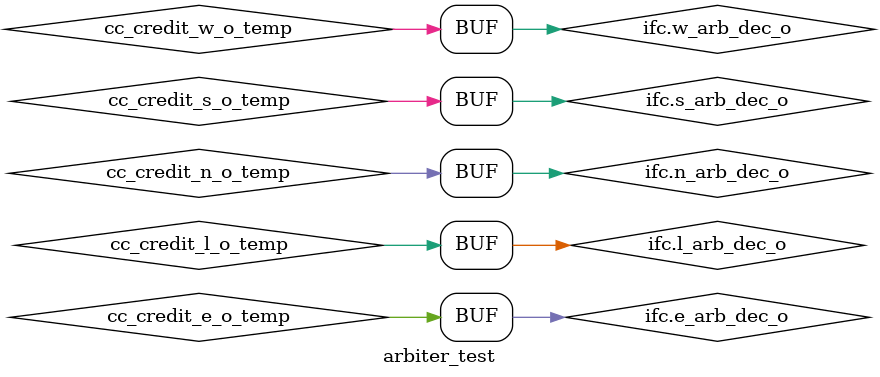
<source format=sv>

module arbiter_test (

arbiter_interface.dut ifc
/*	input clk, 
	input reset, 

	input cc_credit_n_i,
	input cc_credit_s_i, 
	input cc_credit_w_i, 
	input cc_credit_e_i, 
	input cc_credit_l_i, 

	input [15:0] yx_addr_router_i,

	input [15:0] yx_n_addr_header_i,
	input [15:0] yx_s_addr_header_i, 
	input [15:0] yx_w_addr_header_i,
	input [15:0] yx_e_addr_header_i, 
	input [15:0] yx_l_addr_header_i, 

	
	input ib_empty_n_i, 
	input ib_empty_s_i, 
	input ib_empty_w_i, 
	input ib_empty_e_i, 
	input ib_empty_l_i, 

	output cc_credit_n_o,
	output cc_credit_s_o, 
	output cc_credit_w_o, 
	output cc_credit_e_o, 
	output cc_credit_l_o, 

	output [2:0] demux_nhr_n_addr_o, 
	output [2:0] demux_nhr_s_addr_o, 
	output [2:0] demux_nhr_w_addr_o, 
	output [2:0] demux_nhr_e_addr_o, 
	output [2:0] demux_nhr_l_addr_o, 

	output [2:0] rrp_n_priority_to_cs_o,
	output rrp_n_priority_read_o,

	output [2:0] rrp_s_priority_to_cs_o,
	output rrp_s_priority_read_o,

	output [2:0] rrp_w_priority_to_cs_o,
	output rrp_w_priority_read_o,

	output [2:0] rrp_e_priority_to_cs_o,
	output rrp_e_priority_read_o,

	output [2:0] rrp_l_priority_to_cs_o,
	output rrp_l_priority_read_o*/

);

logic [2:0] yx_n_addr_o_temp; 
logic [2:0] yx_s_addr_o_temp; 
logic [2:0] yx_w_addr_o_temp; 
logic [2:0] yx_e_addr_o_temp; 
logic [2:0] yx_l_addr_o_temp; 

logic [2:0] nhr_n_addr_o_temp; 
logic [2:0] nhr_s_addr_o_temp; 
logic [2:0] nhr_w_addr_o_temp; 
logic [2:0] nhr_e_addr_o_temp; 
logic [2:0] nhr_l_addr_o_temp; 

logic nhr_n_write_i_temp;
logic nhr_s_write_i_temp;  
logic nhr_w_write_i_temp;  
logic nhr_e_write_i_temp;  
logic nhr_l_write_i_temp;  

logic rrp_n_priority_n_o_temp;
logic rrp_n_priority_s_o_temp;
logic rrp_n_priority_w_o_temp;
logic rrp_n_priority_e_o_temp;
logic rrp_n_priority_l_o_temp;
logic [2:0] rrp_n_priority_to_cs_o_temp;

logic rrp_s_priority_n_o_temp;
logic rrp_s_priority_s_o_temp;
logic rrp_s_priority_w_o_temp;
logic rrp_s_priority_e_o_temp;
logic rrp_s_priority_l_o_temp;
logic [2:0] rrp_s_priority_to_cs_o_temp;

logic rrp_w_priority_n_o_temp;
logic rrp_w_priority_s_o_temp;
logic rrp_w_priority_w_o_temp;
logic rrp_w_priority_e_o_temp;
logic rrp_w_priority_l_o_temp;
logic [2:0] rrp_w_priority_to_cs_o_temp;

logic rrp_e_priority_n_o_temp;
logic rrp_e_priority_s_o_temp;
logic rrp_e_priority_w_o_temp;
logic rrp_e_priority_e_o_temp;
logic rrp_e_priority_l_o_temp;
logic [2:0] rrp_e_priority_to_cs_o_temp;

logic rrp_l_priority_n_o_temp;
logic rrp_l_priority_s_o_temp;
logic rrp_l_priority_w_o_temp;
logic rrp_l_priority_e_o_temp;
logic rrp_l_priority_l_o_temp;
logic [2:0] rrp_l_priority_to_cs_o_temp;

logic rrp_n_priority_read_o_temp; 
logic rrp_s_priority_read_o_temp; 
logic rrp_w_priority_read_o_temp;  
logic rrp_e_priority_read_o_temp; 
logic rrp_l_priority_read_o_temp; 

logic rr_n_register_change_order_i; 
logic rr_s_register_change_order_i; 
logic rr_w_register_change_order_i; 
logic rr_e_register_change_order_i; 
logic rr_l_register_change_order_i;

logic cc_credit_n_o_temp; 
logic cc_credit_s_o_temp; 
logic cc_credit_w_o_temp; 
logic cc_credit_e_o_temp; 
logic cc_credit_l_o_temp; 

packet_tracker pt_n ( 

  .clk(ifc.clk), 
  .reset(ifc.reset),
  .pt_inc_i(rrp_n_priority_read_o_temp),   
  .pt_end_o(n_pt_almost_done_o)
	
);

packet_tracker pt_s ( 

  .clk(ifc.clk), 
  .reset(ifc.reset),
  .pt_inc_i(rrp_s_priority_read_o_temp),   
  .pt_end_o(s_pt_almost_done_o)
	
);

packet_tracker pt_w ( 

  .clk(ifc.clk), 
  .reset(ifc.reset),
  .pt_inc_i(rrp_w_priority_read_o_temp),   
  .pt_end_o(w_pt_almost_done_o)
	
);

packet_tracker pt_e ( 

  .clk(ifc.clk), 
  .reset(ifc.reset),
  .pt_inc_i(rrp_e_priority_read_o_temp),   
  .pt_end_o(e_pt_almost_done_o)
	
);

packet_tracker pt_l ( 

  .clk(ifc.clk), 
  .reset(ifc.reset),
  .pt_inc_i(rrp_l_priority_read_o_temp),   
  .pt_end_o(l_pt_almost_done_o)
	
);


yx_processor yx_proc_n (
	
  .yx_addr_header_i(ifc.n_arb_address_i[7:0]), 
  .yx_addr_router_i(ifc.yx_pos_i[7:0]),
  .yx_addr_o(yx_n_addr_o_temp)

);

yx_processor yx_proc_s (
	
  .yx_addr_header_i(ifc.s_arb_address_i[7:0]), 
  .yx_addr_router_i(ifc.yx_pos_i[7:0]),
  .yx_addr_o(yx_s_addr_o_temp)

);

yx_processor yx_proc_w (
	
  .yx_addr_header_i(ifc.w_arb_address_i[7:0]), 
  .yx_addr_router_i(ifc.yx_pos_i[7:0]),
  .yx_addr_o(yx_w_addr_o_temp)

);

yx_processor yx_proc_e (
	
  .yx_addr_header_i(ifc.e_arb_address_i[7:0]), 
  .yx_addr_router_i(ifc.yx_pos_i[7:0]),
  .yx_addr_o(yx_e_addr_o_temp)

);

yx_processor yx_proc_l (
	
  .yx_addr_header_i(ifc.l_arb_address_i[7:0]), 
  .yx_addr_router_i(ifc.yx_pos_i[7:0]),
  .yx_addr_o(yx_l_addr_o_temp)

);

always_comb begin 

nhr_n_write_i_temp = (ifc.n_arb_empty_i & n_pt_almost_done_o);
nhr_s_write_i_temp = (ifc.s_arb_empty_i & s_pt_almost_done_o);  
nhr_w_write_i_temp = (ifc.w_arb_empty_i & w_pt_almost_done_o);  
nhr_e_write_i_temp = (ifc.e_arb_empty_i & e_pt_almost_done_o);  
nhr_l_write_i_temp = (ifc.l_arb_empty_i & l_pt_almost_done_o);  

end 

nexthop_register nexthop_n (

       .clk(ifc.clk), 
       .reset(ifc.reset),
       .nhr_address_i(yx_n_addr_o_temp),
       .nhr_write_i(nhr_n_write_i_temp),  
       .nhr_address_o(nhr_n_addr_o_temp)

); 

nexthop_register nexthop_s (

       .clk(ifc.clk), 
       .reset(ifc.reset),
       .nhr_address_i(yx_s_addr_o_temp),
       .nhr_write_i(nhr_s_write_i_temp),  
       .nhr_address_o(nhr_s_addr_o_temp)

); 

nexthop_register nexthop_w (

       .clk(ifc.clk), 
       .reset(ifc.reset),
       .nhr_address_i(yx_w_addr_o_temp),
       .nhr_write_i(nhr_w_write_i_temp),  
       .nhr_address_o(nhr_w_addr_o_temp)

); 

nexthop_register nexthop_e (

       .clk(ifc.clk), 
       .reset(ifc.reset),
       .nhr_address_i(yx_e_addr_o_temp),
       .nhr_write_i(nhr_e_write_i_temp),  
       .nhr_address_o(nhr_e_addr_o_temp)

); 

nexthop_register nexthop_l (

       .clk(ifc.clk), 
       .reset(ifc.reset),
       .nhr_address_i(yx_l_addr_o_temp),
       .nhr_write_i(nhr_l_write_i_temp),  
       .nhr_address_o(nhr_l_addr_o_temp)

); 

n_rr_processor nproc(

	.clk(ifc.clk), 
	.reset(ifc.reset), 

	.s_rrp_n_nexthop_addr_i(nhr_s_addr_o_temp),
	.w_rrp_n_nexthop_addr_i(nhr_w_addr_o_temp),
	.e_rrp_n_nexthop_addr_i(nhr_e_addr_o_temp),
	.l_rrp_n_nexthop_addr_i(nhr_l_addr_o_temp),
	.rr_register_change_order_i(rr_n_register_change_order_i), 

	.rrp_n_priority_to_cs_o (rrp_n_priority_to_cs_o_temp),
	.rrp_n_priority_n_o (rrp_n_priority_n_o_temp),
	.rrp_n_priority_s_o (rrp_n_priority_s_o_temp), 
	.rrp_n_priority_w_o (rrp_n_priority_w_o_temp), 
	.rrp_n_priority_e_o (rrp_n_priority_e_o_temp), 
	.rrp_n_priority_l_o (rrp_n_priority_l_o_temp)

);

s_rr_processor sproc(

	.clk(ifc.clk), 
	.reset(ifc.reset), 

	.n_rrp_s_nexthop_addr_i(nhr_n_addr_o_temp),
	.w_rrp_s_nexthop_addr_i(nhr_w_addr_o_temp),
	.e_rrp_s_nexthop_addr_i(nhr_e_addr_o_temp),
	.l_rrp_s_nexthop_addr_i(nhr_l_addr_o_temp),
	.rr_register_change_order_i(rr_s_register_change_order_i), 

	.rrp_s_priority_to_cs_o (rrp_s_priority_to_cs_o_temp),
	.rrp_s_priority_n_o (rrp_s_priority_n_o_temp),
	.rrp_s_priority_s_o (rrp_s_priority_s_o_temp), 
	.rrp_s_priority_w_o (rrp_s_priority_w_o_temp), 
	.rrp_s_priority_e_o (rrp_s_priority_e_o_temp), 
	.rrp_s_priority_l_o (rrp_s_priority_l_o_temp)

);

w_rr_processor wproc(

	.clk(ifc.clk), 
	.reset(ifc.reset), 

	.n_rrp_w_nexthop_addr_i(nhr_n_addr_o_temp),
	.s_rrp_w_nexthop_addr_i(nhr_s_addr_o_temp),
	.e_rrp_w_nexthop_addr_i(nhr_e_addr_o_temp),
	.l_rrp_w_nexthop_addr_i(nhr_l_addr_o_temp),
	.rr_register_change_order_i(rr_w_register_change_order_i), 

	.rrp_w_priority_to_cs_o (rrp_w_priority_to_cs_o_temp),
	.rrp_w_priority_n_o (rrp_w_priority_n_o_temp),
	.rrp_w_priority_s_o (rrp_w_priority_s_o_temp), 
	.rrp_w_priority_w_o (rrp_w_priority_w_o_temp), 
	.rrp_w_priority_e_o (rrp_w_priority_e_o_temp), 
	.rrp_w_priority_l_o (rrp_w_priority_l_o_temp)

);

e_rr_processor eproc(

	.clk(ifc.clk), 
	.reset(ifc.reset), 

	.n_rrp_e_nexthop_addr_i(nhr_n_addr_o_temp),
	.s_rrp_e_nexthop_addr_i(nhr_s_addr_o_temp),
	.w_rrp_e_nexthop_addr_i(nhr_w_addr_o_temp),
	.l_rrp_e_nexthop_addr_i(nhr_l_addr_o_temp),
	.rr_register_change_order_i(rr_e_register_change_order_i), 

	.rrp_e_priority_to_cs_o (rrp_e_priority_to_cs_o_temp),
	.rrp_e_priority_n_o (rrp_e_priority_n_o_temp),
	.rrp_e_priority_s_o (rrp_e_priority_s_o_temp), 
	.rrp_e_priority_w_o (rrp_e_priority_w_o_temp), 
	.rrp_e_priority_e_o (rrp_e_priority_e_o_temp), 
	.rrp_e_priority_l_o (rrp_e_priority_l_o_temp)

);

l_rr_processor lproc(

	.clk(ifc.clk), 
	.reset(ifc.reset), 

	.n_rrp_l_nexthop_addr_i(nhr_n_addr_o_temp),
	.s_rrp_l_nexthop_addr_i(nhr_s_addr_o_temp),
	.w_rrp_l_nexthop_addr_i(nhr_w_addr_o_temp),
	.e_rrp_l_nexthop_addr_i(nhr_e_addr_o_temp),
	.rr_register_change_order_i(rr_l_register_change_order_i), 

	.rrp_l_priority_to_cs_o (rrp_l_priority_to_cs_o_temp),
	.rrp_l_priority_n_o (rrp_l_priority_n_o_temp),
	.rrp_l_priority_s_o (rrp_l_priority_s_o_temp), 
	.rrp_l_priority_w_o (rrp_l_priority_w_o_temp), 
	.rrp_l_priority_e_o (rrp_l_priority_e_o_temp), 
	.rrp_l_priority_l_o (rrp_l_priority_l_o_temp)

);

mux_5to1_1bit mux_change_order_n (
	
 .sel_i(rrp_n_priority_to_cs_o_temp), 
 .data_n_i(1'b0), 
 .data_s_i(s_pt_almost_done_o),
 .data_w_i(w_pt_almost_done_o),
 .data_e_i(e_pt_almost_done_o),
 .data_l_i(l_pt_almost_done_o),

 .data_o(rr_n_register_change_order_i)
);  

mux_5to1_1bit mux_change_order_s (
	
 .sel_i(rrp_s_priority_to_cs_o_temp), 
 .data_n_i(n_pt_almost_done_o), 
 .data_s_i(1'b0),
 .data_w_i(w_pt_almost_done_o),
 .data_e_i(e_pt_almost_done_o),
 .data_l_i(l_pt_almost_done_o),

 .data_o(rr_s_register_change_order_i)
);  

mux_5to1_1bit mux_change_order_w (
	
 .sel_i(rrp_n_priority_to_cs_o_temp), 
 .data_n_i(n_pt_almost_done_o), 
 .data_s_i(s_pt_almost_done_o),
 .data_w_i(1'b0),
 .data_e_i(e_pt_almost_done_o),
 .data_l_i(l_pt_almost_done_o),

 .data_o(rr_w_register_change_order_i)
);  

mux_5to1_1bit mux_change_order_e (
	
 .sel_i(rrp_n_priority_to_cs_o_temp), 
 .data_n_i(n_pt_almost_done_o), 
 .data_s_i(s_pt_almost_done_o),
 .data_w_i(w_pt_almost_done_o),
 .data_e_i(1'b0),
 .data_l_i(l_pt_almost_done_o),

 .data_o(rr_e_register_change_order_i)
);  

mux_5to1_1bit mux_change_order_l (
	
 .sel_i(rrp_n_priority_to_cs_o_temp), 
 .data_n_i(n_pt_almost_done_o), 
 .data_s_i(s_pt_almost_done_o),
 .data_w_i(w_pt_almost_done_o),
 .data_e_i(e_pt_almost_done_o),
 .data_l_i(1'b0),

 .data_o(rr_l_register_change_order_i)
);  

always_comb begin 

rrp_n_priority_read_o_temp = (~ifc.n_arb_credit_i)&(rrp_s_priority_n_o_temp | rrp_w_priority_n_o_temp | rrp_e_priority_n_o_temp | rrp_l_priority_n_o_temp) ;  
rrp_s_priority_read_o_temp = (~ifc.s_arb_credit_i)&(rrp_n_priority_s_o_temp | rrp_w_priority_s_o_temp | rrp_e_priority_s_o_temp | rrp_l_priority_s_o_temp) ; 
rrp_w_priority_read_o_temp = (~ifc.w_arb_credit_i)&(rrp_n_priority_w_o_temp | rrp_s_priority_w_o_temp | rrp_e_priority_w_o_temp | rrp_l_priority_w_o_temp) ;   
rrp_e_priority_read_o_temp = (~ifc.e_arb_credit_i)&(rrp_n_priority_e_o_temp | rrp_s_priority_e_o_temp | rrp_w_priority_e_o_temp | rrp_l_priority_e_o_temp) ;  
rrp_l_priority_read_o_temp = (~ifc.l_arb_credit_i)&(rrp_n_priority_l_o_temp | rrp_s_priority_l_o_temp | rrp_w_priority_l_o_temp | rrp_e_priority_l_o_temp) ;  

cc_credit_n_o_temp = rrp_n_priority_s_o_temp | rrp_n_priority_w_o_temp | rrp_n_priority_w_o_temp | rrp_n_priority_l_o_temp;
cc_credit_s_o_temp = rrp_s_priority_n_o_temp | rrp_s_priority_w_o_temp | rrp_s_priority_e_o_temp | rrp_s_priority_l_o_temp;
cc_credit_w_o_temp = rrp_w_priority_n_o_temp | rrp_w_priority_s_o_temp | rrp_w_priority_e_o_temp | rrp_w_priority_l_o_temp;
cc_credit_e_o_temp = rrp_e_priority_n_o_temp | rrp_e_priority_s_o_temp | rrp_e_priority_w_o_temp | rrp_e_priority_l_o_temp;
cc_credit_l_o_temp = rrp_l_priority_n_o_temp | rrp_l_priority_s_o_temp | rrp_l_priority_w_o_temp | rrp_l_priority_e_o_temp;

end 

assign ifc.n_arb_demux_sel_o = nhr_n_addr_o_temp; 
assign ifc.s_arb_demux_sel_o = nhr_s_addr_o_temp; 
assign ifc.w_arb_demux_sel_o = nhr_w_addr_o_temp; 
assign ifc.e_arb_demux_sel_o = nhr_e_addr_o_temp; 
assign ifc.l_arb_demux_sel_o = nhr_l_addr_o_temp; 

assign ifc.n_arb_dec_o = cc_credit_n_o_temp;
assign ifc.s_arb_dec_o = cc_credit_s_o_temp; 
assign ifc.w_arb_dec_o = cc_credit_w_o_temp; 
assign ifc.e_arb_dec_o = cc_credit_e_o_temp; 
assign ifc.l_arb_dec_o = cc_credit_l_o_temp;  

assign ifc.n_arb_read_o = rrp_n_priority_read_o_temp; 
assign ifc.n_arb_mux_sel_o = rrp_n_priority_to_cs_o_temp;  

assign ifc.s_arb_read_o = rrp_s_priority_read_o_temp;
assign ifc.s_arb_mux_sel_o = rrp_s_priority_to_cs_o_temp;  

assign ifc.w_arb_read_o = rrp_w_priority_read_o_temp; 
assign ifc.w_arb_mux_sel_o = rrp_w_priority_to_cs_o_temp;  

assign ifc.e_arb_read_o = rrp_e_priority_read_o_temp; 
assign ifc.e_arb_mux_sel_o = rrp_e_priority_to_cs_o_temp;  

assign ifc.l_arb_read_o = rrp_l_priority_read_o_temp; 
assign ifc.l_arb_mux_sel_o = rrp_l_priority_to_cs_o_temp;  

endmodule

</source>
